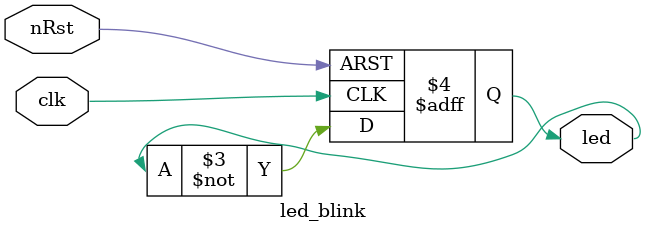
<source format=sv>
module led_blink (
	input logic clk,
	input logic nRst,
	output logic led
);

	//logic [24:0] counter;
    
	always_ff @(posedge clk, negedge nRst) begin
    	if (!nRst) begin
        	led <= '0;
    	end
    	else begin
        	led <= ~led;
    	end
	end
    
	//assign led = counter[24:21];
endmodule


</source>
